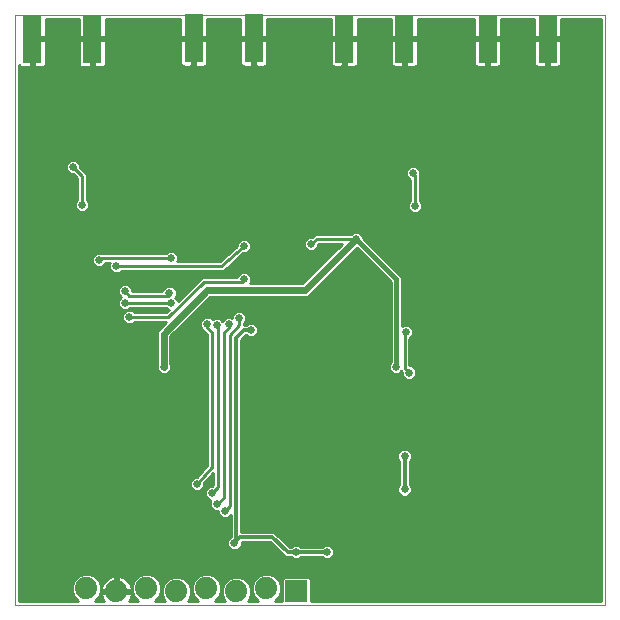
<source format=gbl>
G75*
%MOIN*%
%OFA0B0*%
%FSLAX25Y25*%
%IPPOS*%
%LPD*%
%AMOC8*
5,1,8,0,0,1.08239X$1,22.5*
%
%ADD10C,0.00000*%
%ADD11R,0.06000X0.16000*%
%ADD12R,0.07400X0.07400*%
%ADD13C,0.07400*%
%ADD14C,0.02500*%
%ADD15C,0.01000*%
%ADD16C,0.01600*%
%ADD17C,0.02400*%
%ADD18C,0.01200*%
D10*
X0002386Y0002294D02*
X0002386Y0199144D01*
X0199236Y0199144D01*
X0199236Y0002294D01*
X0002386Y0002294D01*
D11*
X0008173Y0191034D03*
X0028173Y0191034D03*
X0062071Y0191310D03*
X0082071Y0191310D03*
X0112268Y0191113D03*
X0132268Y0191113D03*
X0159985Y0191113D03*
X0179985Y0191113D03*
D12*
X0096284Y0006873D03*
D13*
X0086284Y0007873D03*
X0076284Y0006873D03*
X0066284Y0007873D03*
X0056284Y0006873D03*
X0046284Y0007873D03*
X0036284Y0006873D03*
X0026284Y0007873D03*
D14*
X0015772Y0022767D03*
X0005142Y0015680D03*
X0005142Y0005050D03*
X0021677Y0034578D03*
X0021677Y0038908D03*
X0021677Y0043633D03*
X0021677Y0048357D03*
X0021677Y0053081D03*
X0012622Y0061743D03*
X0041362Y0061349D03*
X0058685Y0071979D03*
X0051992Y0081822D03*
X0066559Y0095995D03*
X0069709Y0095601D03*
X0073646Y0095995D03*
X0077189Y0097963D03*
X0081126Y0094026D03*
X0098449Y0077097D03*
X0098449Y0064893D03*
X0094512Y0064893D03*
X0090575Y0064893D03*
X0086244Y0064893D03*
X0086244Y0060562D03*
X0086244Y0056625D03*
X0086244Y0052688D03*
X0086244Y0048751D03*
X0086244Y0044420D03*
X0090575Y0044420D03*
X0094512Y0044420D03*
X0098449Y0044420D03*
X0102386Y0044420D03*
X0106323Y0044420D03*
X0110260Y0044420D03*
X0110260Y0048751D03*
X0110260Y0052688D03*
X0110260Y0056625D03*
X0110260Y0060562D03*
X0106323Y0060562D03*
X0102386Y0060562D03*
X0098449Y0060562D03*
X0094512Y0060562D03*
X0090575Y0060562D03*
X0090575Y0056625D03*
X0094512Y0056625D03*
X0098449Y0056625D03*
X0102386Y0056625D03*
X0106323Y0056625D03*
X0106323Y0052688D03*
X0102386Y0052688D03*
X0098449Y0052688D03*
X0094512Y0052688D03*
X0090575Y0052688D03*
X0090575Y0048751D03*
X0094512Y0048751D03*
X0098449Y0048751D03*
X0102386Y0048751D03*
X0106323Y0048751D03*
X0116559Y0036152D03*
X0103173Y0023554D03*
X0106323Y0020011D03*
X0096087Y0020011D03*
X0094118Y0023554D03*
X0089788Y0018436D03*
X0089394Y0014893D03*
X0075614Y0023160D03*
X0072465Y0033790D03*
X0069709Y0036152D03*
X0068134Y0039696D03*
X0063016Y0042845D03*
X0061835Y0038908D03*
X0065378Y0049144D03*
X0061835Y0025916D03*
X0047662Y0019617D03*
X0080339Y0072373D03*
X0102386Y0064893D03*
X0106323Y0064893D03*
X0110260Y0064893D03*
X0116166Y0072373D03*
X0124433Y0071979D03*
X0124040Y0076704D03*
X0129551Y0081822D03*
X0133882Y0079853D03*
X0132701Y0093239D03*
X0102780Y0105444D03*
X0100811Y0119223D03*
X0101205Y0122767D03*
X0116166Y0124341D03*
X0122859Y0125916D03*
X0122859Y0130247D03*
X0122859Y0134184D03*
X0123252Y0138515D03*
X0135063Y0146389D03*
X0134670Y0150719D03*
X0138607Y0150719D03*
X0142937Y0150719D03*
X0147268Y0149932D03*
X0145299Y0156231D03*
X0149236Y0157019D03*
X0149236Y0160956D03*
X0153173Y0164499D03*
X0156717Y0160956D03*
X0159079Y0157019D03*
X0156323Y0154656D03*
X0161048Y0151507D03*
X0163410Y0149144D03*
X0159079Y0147963D03*
X0158685Y0143633D03*
X0164985Y0153475D03*
X0168922Y0153081D03*
X0173252Y0153081D03*
X0176402Y0156231D03*
X0173252Y0159774D03*
X0173252Y0163318D03*
X0173252Y0167255D03*
X0173252Y0171585D03*
X0176796Y0175522D03*
X0176796Y0179853D03*
X0180733Y0181034D03*
X0166559Y0181034D03*
X0166559Y0177885D03*
X0166166Y0174735D03*
X0166166Y0171192D03*
X0166166Y0167255D03*
X0166166Y0163318D03*
X0166166Y0159381D03*
X0162229Y0158593D03*
X0140969Y0156231D03*
X0136638Y0156231D03*
X0132307Y0156231D03*
X0127977Y0156625D03*
X0125614Y0159381D03*
X0125614Y0163318D03*
X0128764Y0166861D03*
X0125614Y0170798D03*
X0125614Y0174341D03*
X0125614Y0177885D03*
X0125614Y0181034D03*
X0132307Y0181428D03*
X0118528Y0181034D03*
X0118528Y0177885D03*
X0118528Y0174341D03*
X0118528Y0170798D03*
X0118528Y0167255D03*
X0118528Y0163318D03*
X0118528Y0159381D03*
X0119709Y0155444D03*
X0122465Y0152294D03*
X0126402Y0150719D03*
X0130733Y0150719D03*
X0135851Y0135365D03*
X0136244Y0128672D03*
X0153173Y0128672D03*
X0163803Y0116467D03*
X0165378Y0104263D03*
X0186638Y0131428D03*
X0186638Y0135365D03*
X0186638Y0139302D03*
X0186638Y0143633D03*
X0160260Y0181428D03*
X0112229Y0181428D03*
X0082307Y0181428D03*
X0079158Y0179853D03*
X0079158Y0176310D03*
X0075614Y0172373D03*
X0075614Y0168830D03*
X0075614Y0164893D03*
X0075614Y0160956D03*
X0079158Y0158200D03*
X0075614Y0154656D03*
X0071677Y0154656D03*
X0068134Y0154656D03*
X0064591Y0154656D03*
X0060654Y0154656D03*
X0056717Y0154656D03*
X0053173Y0153475D03*
X0050811Y0150326D03*
X0050024Y0145995D03*
X0046087Y0153081D03*
X0047662Y0156625D03*
X0048055Y0160168D03*
X0051205Y0158987D03*
X0055536Y0160562D03*
X0060260Y0160562D03*
X0064591Y0160562D03*
X0068528Y0160562D03*
X0068528Y0164893D03*
X0068528Y0168830D03*
X0068528Y0172767D03*
X0068528Y0176704D03*
X0068528Y0180641D03*
X0061835Y0181428D03*
X0048055Y0163711D03*
X0043725Y0167255D03*
X0040181Y0163711D03*
X0040181Y0160168D03*
X0036244Y0158987D03*
X0031914Y0158987D03*
X0026796Y0158987D03*
X0022071Y0159381D03*
X0021677Y0163711D03*
X0025614Y0167255D03*
X0021677Y0171979D03*
X0021677Y0176310D03*
X0021677Y0180247D03*
X0014591Y0180247D03*
X0014591Y0176310D03*
X0014591Y0171979D03*
X0014591Y0167648D03*
X0014591Y0163318D03*
X0014591Y0158200D03*
X0017740Y0155050D03*
X0021677Y0153475D03*
X0021677Y0148357D03*
X0027977Y0144814D03*
X0026796Y0153475D03*
X0031914Y0153475D03*
X0036638Y0153475D03*
X0038213Y0149538D03*
X0038607Y0145207D03*
X0024827Y0135759D03*
X0028370Y0129853D03*
X0030339Y0117255D03*
X0036244Y0115286D03*
X0039000Y0107019D03*
X0039000Y0103081D03*
X0040575Y0098357D03*
X0033095Y0101900D03*
X0016559Y0102688D03*
X0009473Y0098357D03*
X0005929Y0098357D03*
X0013410Y0128278D03*
X0013410Y0133003D03*
X0013410Y0137727D03*
X0013410Y0142058D03*
X0044118Y0129853D03*
X0054355Y0118042D03*
X0059866Y0108987D03*
X0053961Y0106231D03*
X0054355Y0103081D03*
X0078764Y0110956D03*
X0078764Y0121979D03*
X0083882Y0122767D03*
X0077977Y0131822D03*
X0077977Y0136546D03*
X0077977Y0140877D03*
X0077977Y0145601D03*
X0058685Y0150326D03*
X0028370Y0181034D03*
X0007898Y0181034D03*
X0132307Y0051900D03*
X0132307Y0040877D03*
X0145299Y0052294D03*
D15*
X0134657Y0052220D02*
X0197736Y0052220D01*
X0197736Y0053218D02*
X0134313Y0053218D01*
X0134657Y0052874D02*
X0133281Y0054250D01*
X0131334Y0054250D01*
X0129957Y0052874D01*
X0129957Y0050927D01*
X0130607Y0050277D01*
X0130607Y0042500D01*
X0129957Y0041850D01*
X0129957Y0039903D01*
X0131334Y0038527D01*
X0133281Y0038527D01*
X0134657Y0039903D01*
X0134657Y0041850D01*
X0134007Y0042500D01*
X0134007Y0050277D01*
X0134657Y0050927D01*
X0134657Y0052874D01*
X0134657Y0051221D02*
X0197736Y0051221D01*
X0197736Y0050223D02*
X0134007Y0050223D01*
X0134007Y0049224D02*
X0197736Y0049224D01*
X0197736Y0048226D02*
X0134007Y0048226D01*
X0134007Y0047227D02*
X0197736Y0047227D01*
X0197736Y0046229D02*
X0134007Y0046229D01*
X0134007Y0045230D02*
X0197736Y0045230D01*
X0197736Y0044232D02*
X0134007Y0044232D01*
X0134007Y0043233D02*
X0197736Y0043233D01*
X0197736Y0042235D02*
X0134273Y0042235D01*
X0134657Y0041236D02*
X0197736Y0041236D01*
X0197736Y0040238D02*
X0134657Y0040238D01*
X0133993Y0039239D02*
X0197736Y0039239D01*
X0197736Y0038241D02*
X0077708Y0038241D01*
X0077708Y0039239D02*
X0130622Y0039239D01*
X0129957Y0040238D02*
X0077708Y0040238D01*
X0077708Y0041236D02*
X0129957Y0041236D01*
X0130342Y0042235D02*
X0077708Y0042235D01*
X0077708Y0043233D02*
X0130607Y0043233D01*
X0130607Y0044232D02*
X0077708Y0044232D01*
X0077708Y0045230D02*
X0130607Y0045230D01*
X0130607Y0046229D02*
X0077708Y0046229D01*
X0077708Y0047227D02*
X0130607Y0047227D01*
X0130607Y0048226D02*
X0077708Y0048226D01*
X0077708Y0049224D02*
X0130607Y0049224D01*
X0130607Y0050223D02*
X0077708Y0050223D01*
X0077708Y0051221D02*
X0129957Y0051221D01*
X0129957Y0052220D02*
X0077708Y0052220D01*
X0077708Y0053218D02*
X0130302Y0053218D01*
X0131300Y0054217D02*
X0077708Y0054217D01*
X0077708Y0055215D02*
X0197736Y0055215D01*
X0197736Y0054217D02*
X0133314Y0054217D01*
X0132909Y0077503D02*
X0134856Y0077503D01*
X0136232Y0078880D01*
X0136232Y0080827D01*
X0134856Y0082203D01*
X0133907Y0082203D01*
X0133907Y0091122D01*
X0135051Y0092266D01*
X0135051Y0094212D01*
X0133674Y0095589D01*
X0131728Y0095589D01*
X0131451Y0095313D01*
X0131451Y0111743D01*
X0118516Y0124678D01*
X0118516Y0125315D01*
X0117139Y0126691D01*
X0115192Y0126691D01*
X0114442Y0125941D01*
X0103262Y0125941D01*
X0102691Y0126005D01*
X0102612Y0125941D01*
X0102511Y0125941D01*
X0102105Y0125535D01*
X0101581Y0125117D01*
X0100232Y0125117D01*
X0098855Y0123740D01*
X0098855Y0121793D01*
X0100232Y0120417D01*
X0102178Y0120417D01*
X0103555Y0121793D01*
X0103555Y0122598D01*
X0103735Y0122741D01*
X0111313Y0122741D01*
X0098284Y0109712D01*
X0080844Y0109712D01*
X0081114Y0109982D01*
X0081114Y0111929D01*
X0079737Y0113305D01*
X0077791Y0113305D01*
X0076414Y0111929D01*
X0076414Y0111768D01*
X0064715Y0111768D01*
X0063778Y0110831D01*
X0056705Y0103757D01*
X0056705Y0104055D01*
X0055906Y0104853D01*
X0056311Y0105258D01*
X0056311Y0107205D01*
X0054934Y0108581D01*
X0052987Y0108581D01*
X0051611Y0107205D01*
X0051611Y0107044D01*
X0041350Y0107044D01*
X0041350Y0107992D01*
X0039974Y0109368D01*
X0038027Y0109368D01*
X0036650Y0107992D01*
X0036650Y0106045D01*
X0037645Y0105050D01*
X0036650Y0104055D01*
X0036650Y0102108D01*
X0038027Y0100731D01*
X0039974Y0100731D01*
X0040724Y0101481D01*
X0052631Y0101481D01*
X0053381Y0100731D01*
X0053679Y0100731D01*
X0052904Y0099957D01*
X0042298Y0099957D01*
X0041548Y0100707D01*
X0039602Y0100707D01*
X0038225Y0099330D01*
X0038225Y0097384D01*
X0039602Y0096007D01*
X0041548Y0096007D01*
X0042298Y0096757D01*
X0052652Y0096757D01*
X0049692Y0093798D01*
X0049692Y0082845D01*
X0049642Y0082795D01*
X0049642Y0080848D01*
X0051019Y0079472D01*
X0052966Y0079472D01*
X0054342Y0080848D01*
X0054342Y0082795D01*
X0054292Y0082845D01*
X0054292Y0091893D01*
X0067512Y0105112D01*
X0100189Y0105112D01*
X0116448Y0121372D01*
X0127651Y0110169D01*
X0127651Y0083245D01*
X0127201Y0082795D01*
X0127201Y0080848D01*
X0128578Y0079472D01*
X0130525Y0079472D01*
X0131263Y0080210D01*
X0131532Y0079940D01*
X0131532Y0078880D01*
X0132909Y0077503D01*
X0132231Y0078181D02*
X0077708Y0078181D01*
X0077708Y0079179D02*
X0131532Y0079179D01*
X0131295Y0080178D02*
X0131231Y0080178D01*
X0132307Y0081428D02*
X0132307Y0092452D01*
X0132701Y0092845D01*
X0132701Y0093239D01*
X0135051Y0093159D02*
X0197736Y0093159D01*
X0197736Y0094157D02*
X0135051Y0094157D01*
X0134108Y0095156D02*
X0197736Y0095156D01*
X0197736Y0096154D02*
X0131451Y0096154D01*
X0131451Y0097153D02*
X0197736Y0097153D01*
X0197736Y0098151D02*
X0131451Y0098151D01*
X0131451Y0099150D02*
X0197736Y0099150D01*
X0197736Y0100148D02*
X0131451Y0100148D01*
X0131451Y0101147D02*
X0197736Y0101147D01*
X0197736Y0102145D02*
X0131451Y0102145D01*
X0131451Y0103144D02*
X0197736Y0103144D01*
X0197736Y0104142D02*
X0131451Y0104142D01*
X0131451Y0105141D02*
X0197736Y0105141D01*
X0197736Y0106139D02*
X0131451Y0106139D01*
X0131451Y0107138D02*
X0197736Y0107138D01*
X0197736Y0108136D02*
X0131451Y0108136D01*
X0131451Y0109135D02*
X0197736Y0109135D01*
X0197736Y0110133D02*
X0131451Y0110133D01*
X0131451Y0111132D02*
X0197736Y0111132D01*
X0197736Y0112130D02*
X0131064Y0112130D01*
X0130065Y0113129D02*
X0197736Y0113129D01*
X0197736Y0114127D02*
X0129067Y0114127D01*
X0128068Y0115126D02*
X0197736Y0115126D01*
X0197736Y0116124D02*
X0127070Y0116124D01*
X0126071Y0117123D02*
X0197736Y0117123D01*
X0197736Y0118121D02*
X0125073Y0118121D01*
X0124074Y0119120D02*
X0197736Y0119120D01*
X0197736Y0120118D02*
X0123076Y0120118D01*
X0122077Y0121117D02*
X0197736Y0121117D01*
X0197736Y0122115D02*
X0121078Y0122115D01*
X0120080Y0123114D02*
X0197736Y0123114D01*
X0197736Y0124112D02*
X0119081Y0124112D01*
X0118516Y0125111D02*
X0197736Y0125111D01*
X0197736Y0126109D02*
X0117721Y0126109D01*
X0116166Y0124341D02*
X0103173Y0124341D01*
X0101205Y0122767D01*
X0102879Y0121117D02*
X0109689Y0121117D01*
X0110687Y0122115D02*
X0103555Y0122115D01*
X0099531Y0121117D02*
X0081114Y0121117D01*
X0081114Y0121006D02*
X0081114Y0122953D01*
X0079737Y0124329D01*
X0077791Y0124329D01*
X0076414Y0122953D01*
X0076414Y0122023D01*
X0070672Y0116886D01*
X0056522Y0116886D01*
X0056705Y0117069D01*
X0056705Y0119016D01*
X0055328Y0120392D01*
X0053381Y0120392D01*
X0052631Y0119642D01*
X0030464Y0119642D01*
X0030426Y0119605D01*
X0029365Y0119605D01*
X0027989Y0118228D01*
X0027989Y0116281D01*
X0029365Y0114905D01*
X0031312Y0114905D01*
X0032689Y0116281D01*
X0032689Y0116442D01*
X0034077Y0116442D01*
X0033894Y0116260D01*
X0033894Y0114313D01*
X0035271Y0112936D01*
X0037218Y0112936D01*
X0037968Y0113686D01*
X0071239Y0113686D01*
X0071857Y0113652D01*
X0071895Y0113686D01*
X0071946Y0113686D01*
X0072384Y0114123D01*
X0078537Y0119629D01*
X0079737Y0119629D01*
X0081114Y0121006D01*
X0081114Y0122115D02*
X0098855Y0122115D01*
X0098855Y0123114D02*
X0080953Y0123114D01*
X0079954Y0124112D02*
X0099228Y0124112D01*
X0100226Y0125111D02*
X0003886Y0125111D01*
X0003886Y0126109D02*
X0114610Y0126109D01*
X0116194Y0121117D02*
X0116703Y0121117D01*
X0117702Y0120118D02*
X0115195Y0120118D01*
X0114197Y0119120D02*
X0118700Y0119120D01*
X0119699Y0118121D02*
X0113198Y0118121D01*
X0112200Y0117123D02*
X0120697Y0117123D01*
X0121696Y0116124D02*
X0111201Y0116124D01*
X0110203Y0115126D02*
X0122694Y0115126D01*
X0123693Y0114127D02*
X0109204Y0114127D01*
X0108206Y0113129D02*
X0124691Y0113129D01*
X0125690Y0112130D02*
X0107207Y0112130D01*
X0106209Y0111132D02*
X0126688Y0111132D01*
X0127651Y0110133D02*
X0105210Y0110133D01*
X0104212Y0109135D02*
X0127651Y0109135D01*
X0127651Y0108136D02*
X0103213Y0108136D01*
X0102215Y0107138D02*
X0127651Y0107138D01*
X0127651Y0106139D02*
X0101216Y0106139D01*
X0100218Y0105141D02*
X0127651Y0105141D01*
X0127651Y0104142D02*
X0066542Y0104142D01*
X0065544Y0103144D02*
X0127651Y0103144D01*
X0127651Y0102145D02*
X0064545Y0102145D01*
X0063547Y0101147D02*
X0127651Y0101147D01*
X0127651Y0100148D02*
X0078328Y0100148D01*
X0078163Y0100313D02*
X0076216Y0100313D01*
X0074839Y0098937D01*
X0074839Y0098125D01*
X0074619Y0098345D01*
X0072673Y0098345D01*
X0071481Y0097153D01*
X0070682Y0097951D01*
X0068736Y0097951D01*
X0068331Y0097547D01*
X0067533Y0098345D01*
X0065586Y0098345D01*
X0064209Y0096968D01*
X0064209Y0095021D01*
X0064959Y0094271D01*
X0064959Y0094151D01*
X0066534Y0092576D01*
X0066534Y0048985D01*
X0063015Y0045195D01*
X0062043Y0045195D01*
X0060666Y0043819D01*
X0060666Y0041872D01*
X0062043Y0040495D01*
X0063989Y0040495D01*
X0065366Y0041872D01*
X0065366Y0043025D01*
X0068503Y0046403D01*
X0068503Y0042327D01*
X0068221Y0042046D01*
X0067161Y0042046D01*
X0065784Y0040669D01*
X0065784Y0038722D01*
X0067161Y0037346D01*
X0067579Y0037346D01*
X0067359Y0037126D01*
X0067359Y0035179D01*
X0068736Y0033802D01*
X0070115Y0033802D01*
X0070115Y0032817D01*
X0071491Y0031440D01*
X0073438Y0031440D01*
X0074308Y0032310D01*
X0074308Y0025177D01*
X0073264Y0024134D01*
X0073264Y0022187D01*
X0074641Y0020810D01*
X0076588Y0020810D01*
X0077964Y0022187D01*
X0077964Y0023106D01*
X0078287Y0023429D01*
X0087509Y0023429D01*
X0092627Y0018311D01*
X0094463Y0018311D01*
X0095113Y0017661D01*
X0097060Y0017661D01*
X0097710Y0018311D01*
X0104700Y0018311D01*
X0105350Y0017661D01*
X0107297Y0017661D01*
X0108673Y0019037D01*
X0108673Y0020984D01*
X0107297Y0022361D01*
X0105350Y0022361D01*
X0104700Y0021711D01*
X0097710Y0021711D01*
X0097060Y0022361D01*
X0095113Y0022361D01*
X0094463Y0021711D01*
X0094035Y0021711D01*
X0089913Y0025833D01*
X0088917Y0026829D01*
X0077708Y0026829D01*
X0077708Y0090566D01*
X0079468Y0092326D01*
X0079503Y0092326D01*
X0080153Y0091676D01*
X0082100Y0091676D01*
X0083476Y0093053D01*
X0083476Y0095000D01*
X0082100Y0096376D01*
X0080153Y0096376D01*
X0079503Y0095726D01*
X0078789Y0095726D01*
X0078789Y0096240D01*
X0079539Y0096990D01*
X0079539Y0098937D01*
X0078163Y0100313D01*
X0079326Y0099150D02*
X0127651Y0099150D01*
X0127651Y0098151D02*
X0079539Y0098151D01*
X0079539Y0097153D02*
X0127651Y0097153D01*
X0127651Y0096154D02*
X0082322Y0096154D01*
X0083320Y0095156D02*
X0127651Y0095156D01*
X0127651Y0094157D02*
X0083476Y0094157D01*
X0083476Y0093159D02*
X0127651Y0093159D01*
X0127651Y0092160D02*
X0082583Y0092160D01*
X0079669Y0092160D02*
X0079302Y0092160D01*
X0078303Y0091162D02*
X0127651Y0091162D01*
X0127651Y0090163D02*
X0077708Y0090163D01*
X0077708Y0089165D02*
X0127651Y0089165D01*
X0127651Y0088166D02*
X0077708Y0088166D01*
X0077708Y0087168D02*
X0127651Y0087168D01*
X0127651Y0086169D02*
X0077708Y0086169D01*
X0077708Y0085171D02*
X0127651Y0085171D01*
X0127651Y0084172D02*
X0077708Y0084172D01*
X0077708Y0083174D02*
X0127580Y0083174D01*
X0127201Y0082175D02*
X0077708Y0082175D01*
X0077708Y0081176D02*
X0127201Y0081176D01*
X0127872Y0080178D02*
X0077708Y0080178D01*
X0077708Y0077182D02*
X0197736Y0077182D01*
X0197736Y0076184D02*
X0077708Y0076184D01*
X0077708Y0075185D02*
X0197736Y0075185D01*
X0197736Y0074187D02*
X0077708Y0074187D01*
X0077708Y0073188D02*
X0197736Y0073188D01*
X0197736Y0072190D02*
X0077708Y0072190D01*
X0077708Y0071191D02*
X0197736Y0071191D01*
X0197736Y0070193D02*
X0077708Y0070193D01*
X0077708Y0069194D02*
X0197736Y0069194D01*
X0197736Y0068196D02*
X0077708Y0068196D01*
X0077708Y0067197D02*
X0197736Y0067197D01*
X0197736Y0066199D02*
X0077708Y0066199D01*
X0077708Y0065200D02*
X0197736Y0065200D01*
X0197736Y0064202D02*
X0077708Y0064202D01*
X0077708Y0063203D02*
X0197736Y0063203D01*
X0197736Y0062205D02*
X0077708Y0062205D01*
X0077708Y0061206D02*
X0197736Y0061206D01*
X0197736Y0060208D02*
X0077708Y0060208D01*
X0077708Y0059209D02*
X0197736Y0059209D01*
X0197736Y0058211D02*
X0077708Y0058211D01*
X0077708Y0057212D02*
X0197736Y0057212D01*
X0197736Y0056214D02*
X0077708Y0056214D01*
X0068134Y0048357D02*
X0063016Y0042845D01*
X0061302Y0041236D02*
X0003886Y0041236D01*
X0003886Y0040238D02*
X0065784Y0040238D01*
X0065784Y0039239D02*
X0003886Y0039239D01*
X0003886Y0038241D02*
X0066266Y0038241D01*
X0067475Y0037242D02*
X0003886Y0037242D01*
X0003886Y0036243D02*
X0067359Y0036243D01*
X0067359Y0035245D02*
X0003886Y0035245D01*
X0003886Y0034246D02*
X0068291Y0034246D01*
X0070115Y0033248D02*
X0003886Y0033248D01*
X0003886Y0032249D02*
X0070682Y0032249D01*
X0072465Y0033790D02*
X0074040Y0035365D01*
X0074040Y0092452D01*
X0077189Y0095601D01*
X0077189Y0097963D01*
X0074839Y0098151D02*
X0074813Y0098151D01*
X0075052Y0099150D02*
X0061549Y0099150D01*
X0060551Y0098151D02*
X0065392Y0098151D01*
X0064394Y0097153D02*
X0059552Y0097153D01*
X0058554Y0096154D02*
X0064209Y0096154D01*
X0064209Y0095156D02*
X0057555Y0095156D01*
X0056557Y0094157D02*
X0064959Y0094157D01*
X0065952Y0093159D02*
X0055558Y0093159D01*
X0054560Y0092160D02*
X0066534Y0092160D01*
X0066534Y0091162D02*
X0054292Y0091162D01*
X0054292Y0090163D02*
X0066534Y0090163D01*
X0066534Y0089165D02*
X0054292Y0089165D01*
X0054292Y0088166D02*
X0066534Y0088166D01*
X0066534Y0087168D02*
X0054292Y0087168D01*
X0054292Y0086169D02*
X0066534Y0086169D01*
X0066534Y0085171D02*
X0054292Y0085171D01*
X0054292Y0084172D02*
X0066534Y0084172D01*
X0066534Y0083174D02*
X0054292Y0083174D01*
X0054342Y0082175D02*
X0066534Y0082175D01*
X0066534Y0081176D02*
X0054342Y0081176D01*
X0053672Y0080178D02*
X0066534Y0080178D01*
X0066534Y0079179D02*
X0003886Y0079179D01*
X0003886Y0078181D02*
X0066534Y0078181D01*
X0066534Y0077182D02*
X0003886Y0077182D01*
X0003886Y0076184D02*
X0066534Y0076184D01*
X0066534Y0075185D02*
X0003886Y0075185D01*
X0003886Y0074187D02*
X0066534Y0074187D01*
X0066534Y0073188D02*
X0003886Y0073188D01*
X0003886Y0072190D02*
X0066534Y0072190D01*
X0066534Y0071191D02*
X0003886Y0071191D01*
X0003886Y0070193D02*
X0066534Y0070193D01*
X0066534Y0069194D02*
X0003886Y0069194D01*
X0003886Y0068196D02*
X0066534Y0068196D01*
X0066534Y0067197D02*
X0003886Y0067197D01*
X0003886Y0066199D02*
X0066534Y0066199D01*
X0066534Y0065200D02*
X0003886Y0065200D01*
X0003886Y0064202D02*
X0066534Y0064202D01*
X0066534Y0063203D02*
X0003886Y0063203D01*
X0003886Y0062205D02*
X0066534Y0062205D01*
X0066534Y0061206D02*
X0003886Y0061206D01*
X0003886Y0060208D02*
X0066534Y0060208D01*
X0066534Y0059209D02*
X0003886Y0059209D01*
X0003886Y0058211D02*
X0066534Y0058211D01*
X0066534Y0057212D02*
X0003886Y0057212D01*
X0003886Y0056214D02*
X0066534Y0056214D01*
X0066534Y0055215D02*
X0003886Y0055215D01*
X0003886Y0054217D02*
X0066534Y0054217D01*
X0066534Y0053218D02*
X0003886Y0053218D01*
X0003886Y0052220D02*
X0066534Y0052220D01*
X0066534Y0051221D02*
X0003886Y0051221D01*
X0003886Y0050223D02*
X0066534Y0050223D01*
X0066534Y0049224D02*
X0003886Y0049224D01*
X0003886Y0048226D02*
X0065829Y0048226D01*
X0064901Y0047227D02*
X0003886Y0047227D01*
X0003886Y0046229D02*
X0063974Y0046229D01*
X0063047Y0045230D02*
X0003886Y0045230D01*
X0003886Y0044232D02*
X0061079Y0044232D01*
X0060666Y0043233D02*
X0003886Y0043233D01*
X0003886Y0042235D02*
X0060666Y0042235D01*
X0064730Y0041236D02*
X0066351Y0041236D01*
X0065366Y0042235D02*
X0068410Y0042235D01*
X0068503Y0043233D02*
X0065560Y0043233D01*
X0066487Y0044232D02*
X0068503Y0044232D01*
X0068503Y0045230D02*
X0067414Y0045230D01*
X0068341Y0046229D02*
X0068503Y0046229D01*
X0068134Y0048357D02*
X0068134Y0093239D01*
X0066559Y0094814D01*
X0066559Y0095995D01*
X0067726Y0098151D02*
X0072479Y0098151D01*
X0073646Y0095995D02*
X0073646Y0094814D01*
X0072071Y0093239D01*
X0072071Y0038121D01*
X0069709Y0036152D01*
X0068134Y0039696D02*
X0070103Y0041664D01*
X0070103Y0095207D01*
X0069709Y0095601D01*
X0076051Y0100148D02*
X0062548Y0100148D01*
X0057090Y0104142D02*
X0056617Y0104142D01*
X0056194Y0105141D02*
X0058088Y0105141D01*
X0059087Y0106139D02*
X0056311Y0106139D01*
X0056311Y0107138D02*
X0060085Y0107138D01*
X0061084Y0108136D02*
X0055379Y0108136D01*
X0054355Y0106231D02*
X0053961Y0106231D01*
X0054355Y0106231D02*
X0053567Y0105444D01*
X0040575Y0105444D01*
X0039000Y0107019D01*
X0036650Y0107138D02*
X0003886Y0107138D01*
X0003886Y0108136D02*
X0036795Y0108136D01*
X0037793Y0109135D02*
X0003886Y0109135D01*
X0003886Y0110133D02*
X0063081Y0110133D01*
X0062082Y0109135D02*
X0040207Y0109135D01*
X0041206Y0108136D02*
X0052543Y0108136D01*
X0051611Y0107138D02*
X0041350Y0107138D01*
X0037555Y0105141D02*
X0003886Y0105141D01*
X0003886Y0106139D02*
X0036650Y0106139D01*
X0036738Y0104142D02*
X0003886Y0104142D01*
X0003886Y0103144D02*
X0036650Y0103144D01*
X0036650Y0102145D02*
X0003886Y0102145D01*
X0003886Y0101147D02*
X0037612Y0101147D01*
X0039043Y0100148D02*
X0003886Y0100148D01*
X0003886Y0099150D02*
X0038225Y0099150D01*
X0038225Y0098151D02*
X0003886Y0098151D01*
X0003886Y0097153D02*
X0038456Y0097153D01*
X0039455Y0096154D02*
X0003886Y0096154D01*
X0003886Y0095156D02*
X0051050Y0095156D01*
X0052049Y0096154D02*
X0041696Y0096154D01*
X0040575Y0098357D02*
X0053567Y0098357D01*
X0065378Y0110168D01*
X0077977Y0110168D01*
X0078764Y0110956D01*
X0081114Y0111132D02*
X0099703Y0111132D01*
X0098705Y0110133D02*
X0081114Y0110133D01*
X0080913Y0112130D02*
X0100702Y0112130D01*
X0101700Y0113129D02*
X0079914Y0113129D01*
X0077614Y0113129D02*
X0037410Y0113129D01*
X0035078Y0113129D02*
X0003886Y0113129D01*
X0003886Y0114127D02*
X0034080Y0114127D01*
X0033894Y0115126D02*
X0031533Y0115126D01*
X0032532Y0116124D02*
X0033894Y0116124D01*
X0036244Y0115286D02*
X0071284Y0115286D01*
X0078764Y0121979D01*
X0080227Y0120118D02*
X0108690Y0120118D01*
X0107692Y0119120D02*
X0077968Y0119120D01*
X0076852Y0118121D02*
X0106693Y0118121D01*
X0105695Y0117123D02*
X0075736Y0117123D01*
X0074620Y0116124D02*
X0104696Y0116124D01*
X0103697Y0115126D02*
X0073504Y0115126D01*
X0072388Y0114127D02*
X0102699Y0114127D01*
X0079931Y0096154D02*
X0078789Y0096154D01*
X0076615Y0112130D02*
X0003886Y0112130D01*
X0003886Y0111132D02*
X0064079Y0111132D01*
X0070937Y0117123D02*
X0056705Y0117123D01*
X0056705Y0118121D02*
X0072053Y0118121D01*
X0073169Y0119120D02*
X0056600Y0119120D01*
X0055602Y0120118D02*
X0074285Y0120118D01*
X0075401Y0121117D02*
X0003886Y0121117D01*
X0003886Y0122115D02*
X0076414Y0122115D01*
X0076575Y0123114D02*
X0003886Y0123114D01*
X0003886Y0124112D02*
X0077574Y0124112D01*
X0054355Y0118042D02*
X0031126Y0118042D01*
X0030339Y0117255D01*
X0028881Y0119120D02*
X0003886Y0119120D01*
X0003886Y0120118D02*
X0053108Y0120118D01*
X0054355Y0103081D02*
X0039000Y0103081D01*
X0040389Y0101147D02*
X0052966Y0101147D01*
X0053096Y0100148D02*
X0042107Y0100148D01*
X0050052Y0094157D02*
X0003886Y0094157D01*
X0003886Y0093159D02*
X0049692Y0093159D01*
X0049692Y0092160D02*
X0003886Y0092160D01*
X0003886Y0091162D02*
X0049692Y0091162D01*
X0049692Y0090163D02*
X0003886Y0090163D01*
X0003886Y0089165D02*
X0049692Y0089165D01*
X0049692Y0088166D02*
X0003886Y0088166D01*
X0003886Y0087168D02*
X0049692Y0087168D01*
X0049692Y0086169D02*
X0003886Y0086169D01*
X0003886Y0085171D02*
X0049692Y0085171D01*
X0049692Y0084172D02*
X0003886Y0084172D01*
X0003886Y0083174D02*
X0049692Y0083174D01*
X0049642Y0082175D02*
X0003886Y0082175D01*
X0003886Y0081176D02*
X0049642Y0081176D01*
X0050313Y0080178D02*
X0003886Y0080178D01*
X0003886Y0115126D02*
X0029144Y0115126D01*
X0028146Y0116124D02*
X0003886Y0116124D01*
X0003886Y0117123D02*
X0027989Y0117123D01*
X0027989Y0118121D02*
X0003886Y0118121D01*
X0003886Y0127108D02*
X0197736Y0127108D01*
X0197736Y0128107D02*
X0003886Y0128107D01*
X0003886Y0129105D02*
X0197736Y0129105D01*
X0197736Y0130104D02*
X0003886Y0130104D01*
X0003886Y0131102D02*
X0197736Y0131102D01*
X0197736Y0132101D02*
X0003886Y0132101D01*
X0003886Y0133099D02*
X0134793Y0133099D01*
X0134877Y0133015D02*
X0136824Y0133015D01*
X0138201Y0134392D01*
X0138201Y0136338D01*
X0137451Y0137088D01*
X0137451Y0146264D01*
X0137413Y0146301D01*
X0137413Y0147362D01*
X0136037Y0148739D01*
X0134090Y0148739D01*
X0132713Y0147362D01*
X0132713Y0145415D01*
X0134090Y0144039D01*
X0134251Y0144039D01*
X0134251Y0137088D01*
X0133501Y0136338D01*
X0133501Y0134392D01*
X0134877Y0133015D01*
X0133795Y0134098D02*
X0026489Y0134098D01*
X0027177Y0134785D02*
X0025800Y0133409D01*
X0023854Y0133409D01*
X0022477Y0134785D01*
X0022477Y0136732D01*
X0023227Y0137482D01*
X0023227Y0144545D01*
X0021765Y0146007D01*
X0020704Y0146007D01*
X0019327Y0147384D01*
X0019327Y0149330D01*
X0020704Y0150707D01*
X0022651Y0150707D01*
X0024027Y0149330D01*
X0024027Y0148270D01*
X0026427Y0145870D01*
X0026427Y0137482D01*
X0027177Y0136732D01*
X0027177Y0134785D01*
X0027177Y0135096D02*
X0133501Y0135096D01*
X0133501Y0136095D02*
X0027177Y0136095D01*
X0026816Y0137093D02*
X0134251Y0137093D01*
X0134251Y0138092D02*
X0026427Y0138092D01*
X0026427Y0139090D02*
X0134251Y0139090D01*
X0134251Y0140089D02*
X0026427Y0140089D01*
X0026427Y0141087D02*
X0134251Y0141087D01*
X0134251Y0142086D02*
X0026427Y0142086D01*
X0026427Y0143084D02*
X0134251Y0143084D01*
X0134046Y0144083D02*
X0026427Y0144083D01*
X0026427Y0145081D02*
X0133047Y0145081D01*
X0132713Y0146080D02*
X0026218Y0146080D01*
X0025219Y0147078D02*
X0132713Y0147078D01*
X0133428Y0148077D02*
X0024220Y0148077D01*
X0024027Y0149075D02*
X0197736Y0149075D01*
X0197736Y0148077D02*
X0136698Y0148077D01*
X0137413Y0147078D02*
X0197736Y0147078D01*
X0197736Y0146080D02*
X0137451Y0146080D01*
X0137451Y0145081D02*
X0197736Y0145081D01*
X0197736Y0144083D02*
X0137451Y0144083D01*
X0137451Y0143084D02*
X0197736Y0143084D01*
X0197736Y0142086D02*
X0137451Y0142086D01*
X0137451Y0141087D02*
X0197736Y0141087D01*
X0197736Y0140089D02*
X0137451Y0140089D01*
X0137451Y0139090D02*
X0197736Y0139090D01*
X0197736Y0138092D02*
X0137451Y0138092D01*
X0137451Y0137093D02*
X0197736Y0137093D01*
X0197736Y0136095D02*
X0138201Y0136095D01*
X0138201Y0135096D02*
X0197736Y0135096D01*
X0197736Y0134098D02*
X0137907Y0134098D01*
X0136908Y0133099D02*
X0197736Y0133099D01*
X0197736Y0150074D02*
X0023284Y0150074D01*
X0021677Y0148357D02*
X0024827Y0145207D01*
X0024827Y0135759D01*
X0023165Y0134098D02*
X0003886Y0134098D01*
X0003886Y0135096D02*
X0022477Y0135096D01*
X0022477Y0136095D02*
X0003886Y0136095D01*
X0003886Y0137093D02*
X0022838Y0137093D01*
X0023227Y0138092D02*
X0003886Y0138092D01*
X0003886Y0139090D02*
X0023227Y0139090D01*
X0023227Y0140089D02*
X0003886Y0140089D01*
X0003886Y0141087D02*
X0023227Y0141087D01*
X0023227Y0142086D02*
X0003886Y0142086D01*
X0003886Y0143084D02*
X0023227Y0143084D01*
X0023227Y0144083D02*
X0003886Y0144083D01*
X0003886Y0145081D02*
X0022691Y0145081D01*
X0020631Y0146080D02*
X0003886Y0146080D01*
X0003886Y0147078D02*
X0019633Y0147078D01*
X0019327Y0148077D02*
X0003886Y0148077D01*
X0003886Y0149075D02*
X0019327Y0149075D01*
X0020071Y0150074D02*
X0003886Y0150074D01*
X0003886Y0151072D02*
X0197736Y0151072D01*
X0197736Y0152071D02*
X0003886Y0152071D01*
X0003886Y0153069D02*
X0197736Y0153069D01*
X0197736Y0154068D02*
X0003886Y0154068D01*
X0003886Y0155066D02*
X0197736Y0155066D01*
X0197736Y0156065D02*
X0003886Y0156065D01*
X0003886Y0157063D02*
X0197736Y0157063D01*
X0197736Y0158062D02*
X0003886Y0158062D01*
X0003886Y0159060D02*
X0197736Y0159060D01*
X0197736Y0160059D02*
X0003886Y0160059D01*
X0003886Y0161057D02*
X0197736Y0161057D01*
X0197736Y0162056D02*
X0003886Y0162056D01*
X0003886Y0163054D02*
X0197736Y0163054D01*
X0197736Y0164053D02*
X0003886Y0164053D01*
X0003886Y0165051D02*
X0197736Y0165051D01*
X0197736Y0166050D02*
X0003886Y0166050D01*
X0003886Y0167048D02*
X0197736Y0167048D01*
X0197736Y0168047D02*
X0003886Y0168047D01*
X0003886Y0169045D02*
X0197736Y0169045D01*
X0197736Y0170044D02*
X0003886Y0170044D01*
X0003886Y0171043D02*
X0197736Y0171043D01*
X0197736Y0172041D02*
X0003886Y0172041D01*
X0003886Y0173040D02*
X0197736Y0173040D01*
X0197736Y0174038D02*
X0003886Y0174038D01*
X0003886Y0175037D02*
X0197736Y0175037D01*
X0197736Y0176035D02*
X0003886Y0176035D01*
X0003886Y0177034D02*
X0197736Y0177034D01*
X0197736Y0178032D02*
X0003886Y0178032D01*
X0003886Y0179031D02*
X0197736Y0179031D01*
X0197736Y0180029D02*
X0003886Y0180029D01*
X0003886Y0181028D02*
X0197736Y0181028D01*
X0197736Y0182026D02*
X0184019Y0182026D01*
X0183906Y0181913D02*
X0184185Y0182192D01*
X0184382Y0182534D01*
X0184485Y0182916D01*
X0184485Y0190613D01*
X0180485Y0190613D01*
X0180485Y0191613D01*
X0184485Y0191613D01*
X0184485Y0197644D01*
X0197736Y0197644D01*
X0197736Y0003794D01*
X0101084Y0003794D01*
X0101084Y0011028D01*
X0100439Y0011673D01*
X0092128Y0011673D01*
X0091484Y0011028D01*
X0091484Y0003794D01*
X0088980Y0003794D01*
X0089003Y0003804D01*
X0090353Y0005154D01*
X0091084Y0006918D01*
X0091084Y0008828D01*
X0090353Y0010592D01*
X0089003Y0011942D01*
X0087239Y0012673D01*
X0085329Y0012673D01*
X0083565Y0011942D01*
X0082214Y0010592D01*
X0081484Y0008828D01*
X0081484Y0006918D01*
X0082214Y0005154D01*
X0083565Y0003804D01*
X0083588Y0003794D01*
X0079993Y0003794D01*
X0080353Y0004154D01*
X0081084Y0005918D01*
X0081084Y0007828D01*
X0080353Y0009592D01*
X0079003Y0010942D01*
X0077239Y0011673D01*
X0075329Y0011673D01*
X0073565Y0010942D01*
X0072214Y0009592D01*
X0071484Y0007828D01*
X0071484Y0005918D01*
X0072214Y0004154D01*
X0072574Y0003794D01*
X0068980Y0003794D01*
X0069003Y0003804D01*
X0070353Y0005154D01*
X0071084Y0006918D01*
X0071084Y0008828D01*
X0070353Y0010592D01*
X0069003Y0011942D01*
X0067239Y0012673D01*
X0065329Y0012673D01*
X0063565Y0011942D01*
X0062214Y0010592D01*
X0061484Y0008828D01*
X0061484Y0006918D01*
X0062214Y0005154D01*
X0063565Y0003804D01*
X0063588Y0003794D01*
X0059993Y0003794D01*
X0060353Y0004154D01*
X0061084Y0005918D01*
X0061084Y0007828D01*
X0060353Y0009592D01*
X0059003Y0010942D01*
X0057239Y0011673D01*
X0055329Y0011673D01*
X0053565Y0010942D01*
X0052214Y0009592D01*
X0051484Y0007828D01*
X0051484Y0005918D01*
X0052214Y0004154D01*
X0052574Y0003794D01*
X0048980Y0003794D01*
X0049003Y0003804D01*
X0050353Y0005154D01*
X0051084Y0006918D01*
X0051084Y0008828D01*
X0050353Y0010592D01*
X0049003Y0011942D01*
X0047239Y0012673D01*
X0045329Y0012673D01*
X0043565Y0011942D01*
X0042214Y0010592D01*
X0041484Y0008828D01*
X0041484Y0006918D01*
X0042214Y0005154D01*
X0043565Y0003804D01*
X0043588Y0003794D01*
X0040474Y0003794D01*
X0040731Y0004147D01*
X0041103Y0004877D01*
X0041356Y0005655D01*
X0041469Y0006373D01*
X0036784Y0006373D01*
X0036784Y0007373D01*
X0041469Y0007373D01*
X0041356Y0008091D01*
X0041103Y0008869D01*
X0040731Y0009598D01*
X0040250Y0010260D01*
X0039671Y0010839D01*
X0039009Y0011320D01*
X0038280Y0011692D01*
X0037501Y0011945D01*
X0036784Y0012058D01*
X0036784Y0007373D01*
X0035784Y0007373D01*
X0035784Y0012058D01*
X0035066Y0011945D01*
X0034288Y0011692D01*
X0033558Y0011320D01*
X0032896Y0010839D01*
X0032317Y0010260D01*
X0031836Y0009598D01*
X0031465Y0008869D01*
X0031212Y0008091D01*
X0031098Y0007373D01*
X0035784Y0007373D01*
X0035784Y0006373D01*
X0031098Y0006373D01*
X0031212Y0005655D01*
X0031465Y0004877D01*
X0031836Y0004147D01*
X0032093Y0003794D01*
X0028980Y0003794D01*
X0029003Y0003804D01*
X0030353Y0005154D01*
X0031084Y0006918D01*
X0031084Y0008828D01*
X0030353Y0010592D01*
X0029003Y0011942D01*
X0027239Y0012673D01*
X0025329Y0012673D01*
X0023565Y0011942D01*
X0022214Y0010592D01*
X0021484Y0008828D01*
X0021484Y0006918D01*
X0022214Y0005154D01*
X0023565Y0003804D01*
X0023588Y0003794D01*
X0003886Y0003794D01*
X0003886Y0182264D01*
X0003973Y0182113D01*
X0004252Y0181834D01*
X0004595Y0181636D01*
X0004976Y0181534D01*
X0007674Y0181534D01*
X0007674Y0190534D01*
X0008673Y0190534D01*
X0008673Y0181534D01*
X0011371Y0181534D01*
X0011752Y0181636D01*
X0012095Y0181834D01*
X0012374Y0182113D01*
X0012571Y0182455D01*
X0012673Y0182837D01*
X0012673Y0190534D01*
X0008674Y0190534D01*
X0008674Y0191534D01*
X0012673Y0191534D01*
X0012673Y0197644D01*
X0023673Y0197644D01*
X0023673Y0191534D01*
X0027673Y0191534D01*
X0027673Y0190534D01*
X0023673Y0190534D01*
X0023673Y0182837D01*
X0023776Y0182455D01*
X0023973Y0182113D01*
X0024252Y0181834D01*
X0024595Y0181636D01*
X0024976Y0181534D01*
X0027674Y0181534D01*
X0027674Y0190534D01*
X0028673Y0190534D01*
X0028673Y0181534D01*
X0031371Y0181534D01*
X0031752Y0181636D01*
X0032095Y0181834D01*
X0032374Y0182113D01*
X0032571Y0182455D01*
X0032673Y0182837D01*
X0032673Y0190534D01*
X0028674Y0190534D01*
X0028674Y0191534D01*
X0032673Y0191534D01*
X0032673Y0197644D01*
X0057571Y0197644D01*
X0057571Y0191810D01*
X0061571Y0191810D01*
X0061571Y0190810D01*
X0057571Y0190810D01*
X0057571Y0183112D01*
X0057673Y0182731D01*
X0057871Y0182389D01*
X0058150Y0182110D01*
X0058492Y0181912D01*
X0058874Y0181810D01*
X0061571Y0181810D01*
X0061571Y0190810D01*
X0062571Y0190810D01*
X0062571Y0191810D01*
X0066571Y0191810D01*
X0066571Y0197644D01*
X0077571Y0197644D01*
X0077571Y0191810D01*
X0081571Y0191810D01*
X0081571Y0190810D01*
X0077571Y0190810D01*
X0077571Y0183112D01*
X0077673Y0182731D01*
X0077871Y0182389D01*
X0078150Y0182110D01*
X0078492Y0181912D01*
X0078874Y0181810D01*
X0081571Y0181810D01*
X0081571Y0190810D01*
X0082571Y0190810D01*
X0082571Y0191810D01*
X0086571Y0191810D01*
X0086571Y0197644D01*
X0107768Y0197644D01*
X0107768Y0191613D01*
X0111768Y0191613D01*
X0111768Y0190613D01*
X0112768Y0190613D01*
X0112768Y0191613D01*
X0116768Y0191613D01*
X0116768Y0197644D01*
X0127768Y0197644D01*
X0127768Y0191613D01*
X0131768Y0191613D01*
X0131768Y0190613D01*
X0132768Y0190613D01*
X0132768Y0191613D01*
X0136768Y0191613D01*
X0136768Y0197644D01*
X0155485Y0197644D01*
X0155485Y0191613D01*
X0159484Y0191613D01*
X0159484Y0190613D01*
X0155485Y0190613D01*
X0155485Y0182916D01*
X0155587Y0182534D01*
X0155784Y0182192D01*
X0156063Y0181913D01*
X0156406Y0181715D01*
X0156787Y0181613D01*
X0159485Y0181613D01*
X0159485Y0190613D01*
X0160484Y0190613D01*
X0160484Y0181613D01*
X0163182Y0181613D01*
X0163563Y0181715D01*
X0163906Y0181913D01*
X0164185Y0182192D01*
X0164382Y0182534D01*
X0164485Y0182916D01*
X0164485Y0190613D01*
X0160485Y0190613D01*
X0160485Y0191613D01*
X0164485Y0191613D01*
X0164485Y0197644D01*
X0175485Y0197644D01*
X0175485Y0191613D01*
X0179484Y0191613D01*
X0179484Y0190613D01*
X0175485Y0190613D01*
X0175485Y0182916D01*
X0175587Y0182534D01*
X0175784Y0182192D01*
X0176063Y0181913D01*
X0176406Y0181715D01*
X0176787Y0181613D01*
X0179485Y0181613D01*
X0179485Y0190613D01*
X0180484Y0190613D01*
X0180484Y0181613D01*
X0183182Y0181613D01*
X0183563Y0181715D01*
X0183906Y0181913D01*
X0184485Y0183025D02*
X0197736Y0183025D01*
X0197736Y0184023D02*
X0184485Y0184023D01*
X0184485Y0185022D02*
X0197736Y0185022D01*
X0197736Y0186020D02*
X0184485Y0186020D01*
X0184485Y0187019D02*
X0197736Y0187019D01*
X0197736Y0188017D02*
X0184485Y0188017D01*
X0184485Y0189016D02*
X0197736Y0189016D01*
X0197736Y0190014D02*
X0184485Y0190014D01*
X0184485Y0192011D02*
X0197736Y0192011D01*
X0197736Y0191013D02*
X0180485Y0191013D01*
X0180484Y0190014D02*
X0179485Y0190014D01*
X0179485Y0189016D02*
X0180484Y0189016D01*
X0180484Y0188017D02*
X0179485Y0188017D01*
X0179485Y0187019D02*
X0180484Y0187019D01*
X0180484Y0186020D02*
X0179485Y0186020D01*
X0179485Y0185022D02*
X0180484Y0185022D01*
X0180484Y0184023D02*
X0179485Y0184023D01*
X0179485Y0183025D02*
X0180484Y0183025D01*
X0180484Y0182026D02*
X0179485Y0182026D01*
X0175950Y0182026D02*
X0164019Y0182026D01*
X0164485Y0183025D02*
X0175485Y0183025D01*
X0175485Y0184023D02*
X0164485Y0184023D01*
X0164485Y0185022D02*
X0175485Y0185022D01*
X0175485Y0186020D02*
X0164485Y0186020D01*
X0164485Y0187019D02*
X0175485Y0187019D01*
X0175485Y0188017D02*
X0164485Y0188017D01*
X0164485Y0189016D02*
X0175485Y0189016D01*
X0175485Y0190014D02*
X0164485Y0190014D01*
X0164485Y0192011D02*
X0175485Y0192011D01*
X0175485Y0193010D02*
X0164485Y0193010D01*
X0164485Y0194008D02*
X0175485Y0194008D01*
X0175485Y0195007D02*
X0164485Y0195007D01*
X0164485Y0196005D02*
X0175485Y0196005D01*
X0175485Y0197004D02*
X0164485Y0197004D01*
X0160485Y0191013D02*
X0179484Y0191013D01*
X0184485Y0193010D02*
X0197736Y0193010D01*
X0197736Y0194008D02*
X0184485Y0194008D01*
X0184485Y0195007D02*
X0197736Y0195007D01*
X0197736Y0196005D02*
X0184485Y0196005D01*
X0184485Y0197004D02*
X0197736Y0197004D01*
X0160484Y0190014D02*
X0159485Y0190014D01*
X0159485Y0189016D02*
X0160484Y0189016D01*
X0160484Y0188017D02*
X0159485Y0188017D01*
X0159485Y0187019D02*
X0160484Y0187019D01*
X0160484Y0186020D02*
X0159485Y0186020D01*
X0159485Y0185022D02*
X0160484Y0185022D01*
X0160484Y0184023D02*
X0159485Y0184023D01*
X0159485Y0183025D02*
X0160484Y0183025D01*
X0160484Y0182026D02*
X0159485Y0182026D01*
X0155950Y0182026D02*
X0136302Y0182026D01*
X0136189Y0181913D02*
X0136468Y0182192D01*
X0136666Y0182534D01*
X0136768Y0182916D01*
X0136768Y0190613D01*
X0132768Y0190613D01*
X0132768Y0181613D01*
X0135465Y0181613D01*
X0135847Y0181715D01*
X0136189Y0181913D01*
X0136768Y0183025D02*
X0155485Y0183025D01*
X0155485Y0184023D02*
X0136768Y0184023D01*
X0136768Y0185022D02*
X0155485Y0185022D01*
X0155485Y0186020D02*
X0136768Y0186020D01*
X0136768Y0187019D02*
X0155485Y0187019D01*
X0155485Y0188017D02*
X0136768Y0188017D01*
X0136768Y0189016D02*
X0155485Y0189016D01*
X0155485Y0190014D02*
X0136768Y0190014D01*
X0136768Y0192011D02*
X0155485Y0192011D01*
X0155485Y0193010D02*
X0136768Y0193010D01*
X0136768Y0194008D02*
X0155485Y0194008D01*
X0155485Y0195007D02*
X0136768Y0195007D01*
X0136768Y0196005D02*
X0155485Y0196005D01*
X0155485Y0197004D02*
X0136768Y0197004D01*
X0132768Y0191013D02*
X0159484Y0191013D01*
X0132768Y0190014D02*
X0131768Y0190014D01*
X0131768Y0190613D02*
X0131768Y0181613D01*
X0129070Y0181613D01*
X0128689Y0181715D01*
X0128347Y0181913D01*
X0128068Y0182192D01*
X0127870Y0182534D01*
X0127768Y0182916D01*
X0127768Y0190613D01*
X0131768Y0190613D01*
X0131768Y0191013D02*
X0112768Y0191013D01*
X0112768Y0190613D02*
X0116768Y0190613D01*
X0116768Y0182916D01*
X0116666Y0182534D01*
X0116468Y0182192D01*
X0116189Y0181913D01*
X0115847Y0181715D01*
X0115465Y0181613D01*
X0112768Y0181613D01*
X0112768Y0190613D01*
X0112768Y0190014D02*
X0111768Y0190014D01*
X0111768Y0190613D02*
X0111768Y0181613D01*
X0109070Y0181613D01*
X0108689Y0181715D01*
X0108347Y0181913D01*
X0108068Y0182192D01*
X0107870Y0182534D01*
X0107768Y0182916D01*
X0107768Y0190613D01*
X0111768Y0190613D01*
X0111768Y0191013D02*
X0082571Y0191013D01*
X0082571Y0190810D02*
X0086571Y0190810D01*
X0086571Y0183112D01*
X0086469Y0182731D01*
X0086271Y0182389D01*
X0085992Y0182110D01*
X0085650Y0181912D01*
X0085269Y0181810D01*
X0082571Y0181810D01*
X0082571Y0190810D01*
X0082571Y0190014D02*
X0081571Y0190014D01*
X0081571Y0189016D02*
X0082571Y0189016D01*
X0082571Y0188017D02*
X0081571Y0188017D01*
X0081571Y0187019D02*
X0082571Y0187019D01*
X0082571Y0186020D02*
X0081571Y0186020D01*
X0081571Y0185022D02*
X0082571Y0185022D01*
X0082571Y0184023D02*
X0081571Y0184023D01*
X0081571Y0183025D02*
X0082571Y0183025D01*
X0082571Y0182026D02*
X0081571Y0182026D01*
X0078295Y0182026D02*
X0065848Y0182026D01*
X0065992Y0182110D02*
X0066271Y0182389D01*
X0066469Y0182731D01*
X0066571Y0183112D01*
X0066571Y0190810D01*
X0062571Y0190810D01*
X0062571Y0181810D01*
X0065269Y0181810D01*
X0065650Y0181912D01*
X0065992Y0182110D01*
X0066548Y0183025D02*
X0077595Y0183025D01*
X0077571Y0184023D02*
X0066571Y0184023D01*
X0066571Y0185022D02*
X0077571Y0185022D01*
X0077571Y0186020D02*
X0066571Y0186020D01*
X0066571Y0187019D02*
X0077571Y0187019D01*
X0077571Y0188017D02*
X0066571Y0188017D01*
X0066571Y0189016D02*
X0077571Y0189016D01*
X0077571Y0190014D02*
X0066571Y0190014D01*
X0066571Y0192011D02*
X0077571Y0192011D01*
X0077571Y0193010D02*
X0066571Y0193010D01*
X0066571Y0194008D02*
X0077571Y0194008D01*
X0077571Y0195007D02*
X0066571Y0195007D01*
X0066571Y0196005D02*
X0077571Y0196005D01*
X0077571Y0197004D02*
X0066571Y0197004D01*
X0062571Y0191013D02*
X0081571Y0191013D01*
X0086571Y0192011D02*
X0107768Y0192011D01*
X0107768Y0193010D02*
X0086571Y0193010D01*
X0086571Y0194008D02*
X0107768Y0194008D01*
X0107768Y0195007D02*
X0086571Y0195007D01*
X0086571Y0196005D02*
X0107768Y0196005D01*
X0107768Y0197004D02*
X0086571Y0197004D01*
X0086571Y0190014D02*
X0107768Y0190014D01*
X0107768Y0189016D02*
X0086571Y0189016D01*
X0086571Y0188017D02*
X0107768Y0188017D01*
X0107768Y0187019D02*
X0086571Y0187019D01*
X0086571Y0186020D02*
X0107768Y0186020D01*
X0107768Y0185022D02*
X0086571Y0185022D01*
X0086571Y0184023D02*
X0107768Y0184023D01*
X0107768Y0183025D02*
X0086548Y0183025D01*
X0085848Y0182026D02*
X0108234Y0182026D01*
X0111768Y0182026D02*
X0112768Y0182026D01*
X0112768Y0183025D02*
X0111768Y0183025D01*
X0111768Y0184023D02*
X0112768Y0184023D01*
X0112768Y0185022D02*
X0111768Y0185022D01*
X0111768Y0186020D02*
X0112768Y0186020D01*
X0112768Y0187019D02*
X0111768Y0187019D01*
X0111768Y0188017D02*
X0112768Y0188017D01*
X0112768Y0189016D02*
X0111768Y0189016D01*
X0116768Y0189016D02*
X0127768Y0189016D01*
X0127768Y0190014D02*
X0116768Y0190014D01*
X0116768Y0188017D02*
X0127768Y0188017D01*
X0127768Y0187019D02*
X0116768Y0187019D01*
X0116768Y0186020D02*
X0127768Y0186020D01*
X0127768Y0185022D02*
X0116768Y0185022D01*
X0116768Y0184023D02*
X0127768Y0184023D01*
X0127768Y0183025D02*
X0116768Y0183025D01*
X0116302Y0182026D02*
X0128234Y0182026D01*
X0131768Y0182026D02*
X0132768Y0182026D01*
X0132768Y0183025D02*
X0131768Y0183025D01*
X0131768Y0184023D02*
X0132768Y0184023D01*
X0132768Y0185022D02*
X0131768Y0185022D01*
X0131768Y0186020D02*
X0132768Y0186020D01*
X0132768Y0187019D02*
X0131768Y0187019D01*
X0131768Y0188017D02*
X0132768Y0188017D01*
X0132768Y0189016D02*
X0131768Y0189016D01*
X0127768Y0192011D02*
X0116768Y0192011D01*
X0116768Y0193010D02*
X0127768Y0193010D01*
X0127768Y0194008D02*
X0116768Y0194008D01*
X0116768Y0195007D02*
X0127768Y0195007D01*
X0127768Y0196005D02*
X0116768Y0196005D01*
X0116768Y0197004D02*
X0127768Y0197004D01*
X0135063Y0146389D02*
X0135851Y0145601D01*
X0135851Y0135365D01*
X0134946Y0092160D02*
X0197736Y0092160D01*
X0197736Y0091162D02*
X0133947Y0091162D01*
X0133907Y0090163D02*
X0197736Y0090163D01*
X0197736Y0089165D02*
X0133907Y0089165D01*
X0133907Y0088166D02*
X0197736Y0088166D01*
X0197736Y0087168D02*
X0133907Y0087168D01*
X0133907Y0086169D02*
X0197736Y0086169D01*
X0197736Y0085171D02*
X0133907Y0085171D01*
X0133907Y0084172D02*
X0197736Y0084172D01*
X0197736Y0083174D02*
X0133907Y0083174D01*
X0134884Y0082175D02*
X0197736Y0082175D01*
X0197736Y0081176D02*
X0135882Y0081176D01*
X0136232Y0080178D02*
X0197736Y0080178D01*
X0197736Y0079179D02*
X0136232Y0079179D01*
X0135533Y0078181D02*
X0197736Y0078181D01*
X0197736Y0037242D02*
X0077708Y0037242D01*
X0077708Y0036243D02*
X0197736Y0036243D01*
X0197736Y0035245D02*
X0077708Y0035245D01*
X0077708Y0034246D02*
X0197736Y0034246D01*
X0197736Y0033248D02*
X0077708Y0033248D01*
X0077708Y0032249D02*
X0197736Y0032249D01*
X0197736Y0031251D02*
X0077708Y0031251D01*
X0077708Y0030252D02*
X0197736Y0030252D01*
X0197736Y0029254D02*
X0077708Y0029254D01*
X0077708Y0028255D02*
X0197736Y0028255D01*
X0197736Y0027257D02*
X0077708Y0027257D01*
X0074308Y0027257D02*
X0003886Y0027257D01*
X0003886Y0028255D02*
X0074308Y0028255D01*
X0074308Y0029254D02*
X0003886Y0029254D01*
X0003886Y0030252D02*
X0074308Y0030252D01*
X0074308Y0031251D02*
X0003886Y0031251D01*
X0003886Y0026258D02*
X0074308Y0026258D01*
X0074308Y0025260D02*
X0003886Y0025260D01*
X0003886Y0024261D02*
X0073392Y0024261D01*
X0073264Y0023263D02*
X0003886Y0023263D01*
X0003886Y0022264D02*
X0073264Y0022264D01*
X0074185Y0021266D02*
X0003886Y0021266D01*
X0003886Y0020267D02*
X0090670Y0020267D01*
X0091669Y0019269D02*
X0003886Y0019269D01*
X0003886Y0018270D02*
X0094504Y0018270D01*
X0097670Y0018270D02*
X0104740Y0018270D01*
X0107906Y0018270D02*
X0197736Y0018270D01*
X0197736Y0017272D02*
X0003886Y0017272D01*
X0003886Y0016273D02*
X0197736Y0016273D01*
X0197736Y0015275D02*
X0003886Y0015275D01*
X0003886Y0014276D02*
X0197736Y0014276D01*
X0197736Y0013278D02*
X0003886Y0013278D01*
X0003886Y0012279D02*
X0024379Y0012279D01*
X0022903Y0011281D02*
X0003886Y0011281D01*
X0003886Y0010282D02*
X0022086Y0010282D01*
X0021673Y0009284D02*
X0003886Y0009284D01*
X0003886Y0008285D02*
X0021484Y0008285D01*
X0021484Y0007287D02*
X0003886Y0007287D01*
X0003886Y0006288D02*
X0021745Y0006288D01*
X0022158Y0005290D02*
X0003886Y0005290D01*
X0003886Y0004291D02*
X0023077Y0004291D01*
X0029490Y0004291D02*
X0031763Y0004291D01*
X0031331Y0005290D02*
X0030409Y0005290D01*
X0030823Y0006288D02*
X0031112Y0006288D01*
X0031084Y0007287D02*
X0035784Y0007287D01*
X0035784Y0008285D02*
X0036784Y0008285D01*
X0036784Y0007287D02*
X0041484Y0007287D01*
X0041484Y0008285D02*
X0041292Y0008285D01*
X0041673Y0009284D02*
X0040891Y0009284D01*
X0040228Y0010282D02*
X0042086Y0010282D01*
X0042903Y0011281D02*
X0039064Y0011281D01*
X0036784Y0011281D02*
X0035784Y0011281D01*
X0035784Y0010282D02*
X0036784Y0010282D01*
X0036784Y0009284D02*
X0035784Y0009284D01*
X0033504Y0011281D02*
X0029664Y0011281D01*
X0030481Y0010282D02*
X0032339Y0010282D01*
X0031676Y0009284D02*
X0030895Y0009284D01*
X0031084Y0008285D02*
X0031275Y0008285D01*
X0028189Y0012279D02*
X0044379Y0012279D01*
X0048189Y0012279D02*
X0064379Y0012279D01*
X0062903Y0011281D02*
X0058185Y0011281D01*
X0059663Y0010282D02*
X0062086Y0010282D01*
X0061673Y0009284D02*
X0060481Y0009284D01*
X0060894Y0008285D02*
X0061484Y0008285D01*
X0061484Y0007287D02*
X0061084Y0007287D01*
X0061084Y0006288D02*
X0061745Y0006288D01*
X0062158Y0005290D02*
X0060823Y0005290D01*
X0060410Y0004291D02*
X0063077Y0004291D01*
X0069490Y0004291D02*
X0072158Y0004291D01*
X0071744Y0005290D02*
X0070409Y0005290D01*
X0070823Y0006288D02*
X0071484Y0006288D01*
X0071484Y0007287D02*
X0071084Y0007287D01*
X0071084Y0008285D02*
X0071673Y0008285D01*
X0072087Y0009284D02*
X0070895Y0009284D01*
X0070481Y0010282D02*
X0072905Y0010282D01*
X0074382Y0011281D02*
X0069664Y0011281D01*
X0068189Y0012279D02*
X0084379Y0012279D01*
X0082903Y0011281D02*
X0078185Y0011281D01*
X0079663Y0010282D02*
X0082086Y0010282D01*
X0081673Y0009284D02*
X0080481Y0009284D01*
X0080894Y0008285D02*
X0081484Y0008285D01*
X0081484Y0007287D02*
X0081084Y0007287D01*
X0081084Y0006288D02*
X0081745Y0006288D01*
X0082158Y0005290D02*
X0080823Y0005290D01*
X0080410Y0004291D02*
X0083077Y0004291D01*
X0089490Y0004291D02*
X0091484Y0004291D01*
X0091484Y0005290D02*
X0090409Y0005290D01*
X0090823Y0006288D02*
X0091484Y0006288D01*
X0091484Y0007287D02*
X0091084Y0007287D01*
X0091084Y0008285D02*
X0091484Y0008285D01*
X0091484Y0009284D02*
X0090895Y0009284D01*
X0090481Y0010282D02*
X0091484Y0010282D01*
X0091736Y0011281D02*
X0089664Y0011281D01*
X0088189Y0012279D02*
X0197736Y0012279D01*
X0197736Y0011281D02*
X0100831Y0011281D01*
X0101084Y0010282D02*
X0197736Y0010282D01*
X0197736Y0009284D02*
X0101084Y0009284D01*
X0101084Y0008285D02*
X0197736Y0008285D01*
X0197736Y0007287D02*
X0101084Y0007287D01*
X0101084Y0006288D02*
X0197736Y0006288D01*
X0197736Y0005290D02*
X0101084Y0005290D01*
X0101084Y0004291D02*
X0197736Y0004291D01*
X0197736Y0019269D02*
X0108673Y0019269D01*
X0108673Y0020267D02*
X0197736Y0020267D01*
X0197736Y0021266D02*
X0108391Y0021266D01*
X0107393Y0022264D02*
X0197736Y0022264D01*
X0197736Y0023263D02*
X0092483Y0023263D01*
X0091484Y0024261D02*
X0197736Y0024261D01*
X0197736Y0025260D02*
X0090486Y0025260D01*
X0089487Y0026258D02*
X0197736Y0026258D01*
X0133882Y0079853D02*
X0132307Y0081428D01*
X0105253Y0022264D02*
X0097157Y0022264D01*
X0095017Y0022264D02*
X0093481Y0022264D01*
X0089672Y0021266D02*
X0077043Y0021266D01*
X0077964Y0022264D02*
X0088673Y0022264D01*
X0087675Y0023263D02*
X0078121Y0023263D01*
X0074308Y0032249D02*
X0074248Y0032249D01*
X0054382Y0011281D02*
X0049664Y0011281D01*
X0050481Y0010282D02*
X0052905Y0010282D01*
X0052087Y0009284D02*
X0050895Y0009284D01*
X0051084Y0008285D02*
X0051673Y0008285D01*
X0051484Y0007287D02*
X0051084Y0007287D01*
X0050823Y0006288D02*
X0051484Y0006288D01*
X0051744Y0005290D02*
X0050409Y0005290D01*
X0049490Y0004291D02*
X0052158Y0004291D01*
X0043077Y0004291D02*
X0040804Y0004291D01*
X0041237Y0005290D02*
X0042158Y0005290D01*
X0041745Y0006288D02*
X0041456Y0006288D01*
X0032287Y0182026D02*
X0058295Y0182026D01*
X0057595Y0183025D02*
X0032673Y0183025D01*
X0032673Y0184023D02*
X0057571Y0184023D01*
X0057571Y0185022D02*
X0032673Y0185022D01*
X0032673Y0186020D02*
X0057571Y0186020D01*
X0057571Y0187019D02*
X0032673Y0187019D01*
X0032673Y0188017D02*
X0057571Y0188017D01*
X0057571Y0189016D02*
X0032673Y0189016D01*
X0032673Y0190014D02*
X0057571Y0190014D01*
X0057571Y0192011D02*
X0032673Y0192011D01*
X0032673Y0193010D02*
X0057571Y0193010D01*
X0057571Y0194008D02*
X0032673Y0194008D01*
X0032673Y0195007D02*
X0057571Y0195007D01*
X0057571Y0196005D02*
X0032673Y0196005D01*
X0032673Y0197004D02*
X0057571Y0197004D01*
X0061571Y0191013D02*
X0028674Y0191013D01*
X0028673Y0190014D02*
X0027674Y0190014D01*
X0027674Y0189016D02*
X0028673Y0189016D01*
X0028673Y0188017D02*
X0027674Y0188017D01*
X0027674Y0187019D02*
X0028673Y0187019D01*
X0028673Y0186020D02*
X0027674Y0186020D01*
X0027674Y0185022D02*
X0028673Y0185022D01*
X0028673Y0184023D02*
X0027674Y0184023D01*
X0027674Y0183025D02*
X0028673Y0183025D01*
X0028673Y0182026D02*
X0027674Y0182026D01*
X0024060Y0182026D02*
X0012287Y0182026D01*
X0012673Y0183025D02*
X0023673Y0183025D01*
X0023673Y0184023D02*
X0012673Y0184023D01*
X0012673Y0185022D02*
X0023673Y0185022D01*
X0023673Y0186020D02*
X0012673Y0186020D01*
X0012673Y0187019D02*
X0023673Y0187019D01*
X0023673Y0188017D02*
X0012673Y0188017D01*
X0012673Y0189016D02*
X0023673Y0189016D01*
X0023673Y0190014D02*
X0012673Y0190014D01*
X0012673Y0192011D02*
X0023673Y0192011D01*
X0023673Y0193010D02*
X0012673Y0193010D01*
X0012673Y0194008D02*
X0023673Y0194008D01*
X0023673Y0195007D02*
X0012673Y0195007D01*
X0012673Y0196005D02*
X0023673Y0196005D01*
X0023673Y0197004D02*
X0012673Y0197004D01*
X0008674Y0191013D02*
X0027673Y0191013D01*
X0008673Y0190014D02*
X0007674Y0190014D01*
X0007674Y0189016D02*
X0008673Y0189016D01*
X0008673Y0188017D02*
X0007674Y0188017D01*
X0007674Y0187019D02*
X0008673Y0187019D01*
X0008673Y0186020D02*
X0007674Y0186020D01*
X0007674Y0185022D02*
X0008673Y0185022D01*
X0008673Y0184023D02*
X0007674Y0184023D01*
X0007674Y0183025D02*
X0008673Y0183025D01*
X0008673Y0182026D02*
X0007674Y0182026D01*
X0004060Y0182026D02*
X0003886Y0182026D01*
X0061571Y0182026D02*
X0062571Y0182026D01*
X0062571Y0183025D02*
X0061571Y0183025D01*
X0061571Y0184023D02*
X0062571Y0184023D01*
X0062571Y0185022D02*
X0061571Y0185022D01*
X0061571Y0186020D02*
X0062571Y0186020D01*
X0062571Y0187019D02*
X0061571Y0187019D01*
X0061571Y0188017D02*
X0062571Y0188017D01*
X0062571Y0189016D02*
X0061571Y0189016D01*
X0061571Y0190014D02*
X0062571Y0190014D01*
D16*
X0116166Y0124341D02*
X0129551Y0110956D01*
X0129551Y0081822D01*
D17*
X0099236Y0107412D02*
X0116166Y0124341D01*
X0099236Y0107412D02*
X0066559Y0107412D01*
X0051992Y0092845D01*
X0051992Y0081822D01*
D18*
X0076008Y0091270D02*
X0076008Y0023554D01*
X0075614Y0023160D01*
X0076008Y0023554D02*
X0077583Y0025129D01*
X0088213Y0025129D01*
X0093331Y0020011D01*
X0096087Y0020011D01*
X0106323Y0020011D01*
X0132307Y0040877D02*
X0132307Y0051900D01*
X0081126Y0094026D02*
X0078764Y0094026D01*
X0076008Y0091270D01*
M02*

</source>
